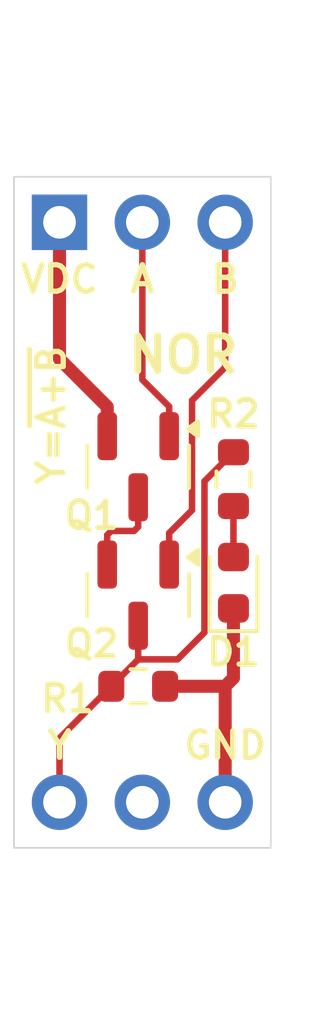
<source format=kicad_pcb>
(kicad_pcb (version 20241229) (generator "pcbnew") (generator_version "9.0")
  (title_block (title "NOR") (date "2025-03-26") (rev "1"))
  (layers (0 "F.Cu" signal) (2 "B.Cu" signal) (13 "F.Paste" user) (15 "B.Paste" user) (5 "F.SilkS" user "F.Silkscreen") (7 "B.SilkS" user "B.Silkscreen") (1 "F.Mask" user) (3 "B.Mask" user) (25 "Edge.Cuts" user))
  (net 0 "")
  (net 1 "Net-(D1-A)")
  (net 2 "GND")
  (net 3 "/A")
  (net 4 "/B")
  (net 5 "VDC")
  (net 7 "/Y")
  (net 8 "Net-(Q1-D)")
  (footprint "LED_SMD:LED_0603_1608Metric" (layer "F.Cu") (at 132.334 87.249 90)
    (property "Reference" "D1" (at -1.651 0 0) (layer "F.SilkS") (effects (font (size 0.8128 0.8128) (thickness 0.16256) (bold yes)) (justify top)))
    (property "Value" "Green")
    (fp_line (start 0.8 -0.735) (end -1.485 -0.735) (stroke (width 0.12)) (layer "F.SilkS"))
    (fp_line (start -1.485 -0.735) (end -1.485 0.735) (stroke (width 0.12)) (layer "F.SilkS"))
    (fp_line (start -1.485 0.735) (end 0.8 0.735) (stroke (width 0.12)) (layer "F.SilkS"))
    (pad "1" smd roundrect (at -0.7875 0 90) (size 0.875 0.95) (layers "F.Cu" "F.Mask" "F.Paste") (net 2 "GND"))
    (pad "2" smd roundrect (at 0.7875 0 90) (size 0.875 0.95) (layers "F.Cu" "F.Mask" "F.Paste") (net 1 "Net-(D1-A)"))
  )
  (footprint "Package_TO_SOT_SMD:SOT-23" (layer "F.Cu") (at 129.413 87.63 -90)
    (property "Reference" "Q2" (at 1.016 0.508 0) (layer "F.SilkS") (effects (font (size 0.8128 0.8128) (thickness 0.16256) (bold yes)) (justify right top)))
    (property "Value" "DMP2004K-7")
    (fp_line (start 0 1.56) (end -0.65 1.56) (stroke (width 0.12)) (layer "F.SilkS"))
    (fp_line (start 0 1.56) (end 0.65 1.56) (stroke (width 0.12)) (layer "F.SilkS"))
    (fp_line (start 0 -1.56) (end -0.65 -1.56) (stroke (width 0.12)) (layer "F.SilkS"))
    (fp_line (start 0 -1.56) (end 0.65 -1.56) (stroke (width 0.12)) (layer "F.SilkS"))
    (fp_poly (pts (xy -1.1625 -1.51) (xy -1.4025 -1.84) (xy -0.9225 -1.84) (xy -1.1625 -1.51)) (stroke (width 0.12)) (fill yes) (layer "F.SilkS"))
    (pad "1" smd roundrect (at -0.9375 -0.95 270) (size 1.475 0.6) (layers "F.Cu" "F.Mask" "F.Paste") (net 4 "/B"))
    (pad "2" smd roundrect (at -0.9375 0.95 270) (size 1.475 0.6) (layers "F.Cu" "F.Mask" "F.Paste") (net 8 "Net-(Q1-D)"))
    (pad "3" smd roundrect (at 0.9375 0 270) (size 1.475 0.6) (layers "F.Cu" "F.Mask" "F.Paste") (net 7 "/Y"))
  )
  (footprint "Resistor_SMD:R_0603_1608Metric" (layer "F.Cu") (at 129.413 90.424)
    (property "Reference" "R1" (at -1.27 0.381 0) (layer "F.SilkS") (effects (font (size 0.8128 0.8128) (thickness 0.16256) (bold yes)) (justify right)))
    (property "Value" "10k")
    (fp_line (start -0.237258 -0.5225) (end 0.237258 -0.5225) (stroke (width 0.12)) (layer "F.SilkS"))
    (fp_line (start -0.237258 0.5225) (end 0.237258 0.5225) (stroke (width 0.12)) (layer "F.SilkS"))
    (pad "1" smd roundrect (at -0.825 0) (size 0.8 0.95) (layers "F.Cu" "F.Mask" "F.Paste") (net 7 "/Y"))
    (pad "2" smd roundrect (at 0.825 0) (size 0.8 0.95) (layers "F.Cu" "F.Mask" "F.Paste") (net 2 "GND"))
  )
  (footprint "Package_TO_SOT_SMD:SOT-23" (layer "F.Cu") (at 129.413 83.693 -90)
    (property "Reference" "Q1" (at 1.016 0.508 0) (layer "F.SilkS") (effects (font (size 0.8128 0.8128) (thickness 0.16256) (bold yes)) (justify right top)))
    (property "Value" "DMP2004K-7")
    (fp_line (start 0 1.56) (end -0.65 1.56) (stroke (width 0.12)) (layer "F.SilkS"))
    (fp_line (start 0 1.56) (end 0.65 1.56) (stroke (width 0.12)) (layer "F.SilkS"))
    (fp_line (start 0 -1.56) (end -0.65 -1.56) (stroke (width 0.12)) (layer "F.SilkS"))
    (fp_line (start 0 -1.56) (end 0.65 -1.56) (stroke (width 0.12)) (layer "F.SilkS"))
    (fp_poly (pts (xy -1.1625 -1.51) (xy -1.4025 -1.84) (xy -0.9225 -1.84) (xy -1.1625 -1.51)) (stroke (width 0.12)) (fill yes) (layer "F.SilkS"))
    (pad "1" smd roundrect (at -0.9375 -0.95 270) (size 1.475 0.6) (layers "F.Cu" "F.Mask" "F.Paste") (net 3 "/A"))
    (pad "2" smd roundrect (at -0.9375 0.95 270) (size 1.475 0.6) (layers "F.Cu" "F.Mask" "F.Paste") (net 5 "VDC"))
    (pad "3" smd roundrect (at 0.9375 0 270) (size 1.475 0.6) (layers "F.Cu" "F.Mask" "F.Paste") (net 8 "Net-(Q1-D)"))
  )
  (footprint "Resistor_SMD:R_0603_1608Metric" (layer "F.Cu") (at 132.334 84.074 -90)
    (property "Reference" "R2" (at -1.524 0 0) (layer "F.SilkS") (effects (font (size 0.8128 0.8128) (thickness 0.16256) (bold yes)) (justify bottom)))
    (property "Value" "150")
    (fp_line (start -0.237258 0.5225) (end 0.237258 0.5225) (stroke (width 0.12)) (layer "F.SilkS"))
    (fp_line (start -0.237258 -0.5225) (end 0.237258 -0.5225) (stroke (width 0.12)) (layer "F.SilkS"))
    (pad "1" smd roundrect (at -0.825 0 270) (size 0.8 0.95) (layers "F.Cu" "F.Mask" "F.Paste") (net 7 "/Y"))
    (pad "2" smd roundrect (at 0.825 0 270) (size 0.8 0.95) (layers "F.Cu" "F.Mask" "F.Paste") (net 1 "Net-(D1-A)"))
  )
  (footprint "Logic:PinHeader_1x03_P2.54mm_Vertical_Bottom" (layer "B.Cu") (at 127 93.98 -90)
    (property "Reference" "J2" (hide yes))
    (property "Value" "5-146280-3-ND")
    (pad "1" thru_hole circle (at 0 0 270) (size 1.7 1.7) (drill 1) (layers "*.Cu" "*.Mask") (net 7 "/Y"))
    (pad "2" thru_hole oval (at 0 -2.54 270) (size 1.7 1.7) (drill 1) (layers "*.Cu" "*.Mask"))
    (pad "3" thru_hole oval (at 0 -5.08 270) (size 1.7 1.7) (drill 1) (layers "*.Cu" "*.Mask") (net 2 "GND"))
  )
  (footprint "Logic:PinHeader_1x03_P2.54mm_Vertical_Top" (layer "B.Cu") (at 127 76.2 -90)
    (property "Reference" "J1" (hide yes))
    (property "Value" "5-146280-3-ND")
    (pad "1" thru_hole rect (at 0 0 270) (size 1.7 1.7) (drill 1) (layers "*.Cu" "*.Mask") (net 5 "VDC"))
    (pad "2" thru_hole oval (at 0 -2.54 270) (size 1.7 1.7) (drill 1) (layers "*.Cu" "*.Mask") (net 3 "/A"))
    (pad "3" thru_hole oval (at 0 -5.08 270) (size 1.7 1.7) (drill 1) (layers "*.Cu" "*.Mask") (net 4 "/B"))
  )
  (gr_rect (start 125.603 74.803) (end 133.477 95.377) (stroke (width 0.05)) (fill no) (layer "Edge.Cuts"))
  (gr_text "A" (at 129.54 77.47 0) (layer "F.SilkS") (effects (font (size 0.8128 0.8128) (thickness 0.16256) (bold yes)) (justify top)))
  (gr_text "GND" (at 132.08 92.71 0) (layer "F.SilkS") (effects (font (size 0.8128 0.8128) (thickness 0.16256) (bold yes)) (justify bottom)))
  (gr_text "Y=~{A+B}" (at 126.746 84.328 90) (layer "F.SilkS") (effects (font (size 0.8128 0.8128) (thickness 0.16256) (bold yes)) (justify left)))
  (gr_text "VDC" (at 127 77.47 0) (layer "F.SilkS") (effects (font (size 0.8128 0.8128) (thickness 0.16256) (bold yes)) (justify top)))
  (gr_text "Y" (at 127 92.71 0) (layer "F.SilkS") (effects (font (size 0.8128 0.8128) (thickness 0.16256) (bold yes)) (justify bottom)))
  (gr_text "NOR" (at 132.588 80.264 0) (layer "F.SilkS") (effects (font (size 1.0668 1.0668) (thickness 0.21336) (bold yes)) (justify right)))
  (gr_text "B" (at 132.08 77.47 0) (layer "F.SilkS") (effects (font (size 0.8128 0.8128) (thickness 0.16256) (bold yes)) (justify top)))
  (segment (start 132.334 86.4615) (end 132.334 84.899) (width 0.2) (layer "F.Cu") (net 1))
  (segment (start 132.08 90.424) (end 130.238 90.424) (width 0.4) (layer "F.Cu") (net 2))
  (segment (start 132.08 93.98) (end 132.08 90.424) (width 0.4) (layer "F.Cu") (net 2))
  (segment (start 132.334 90.17) (end 132.08 90.424) (width 0.4) (layer "F.Cu") (net 2))
  (segment (start 132.334 88.0365) (end 132.334 90.17) (width 0.4) (layer "F.Cu") (net 2))
  (segment (start 129.54 81.026) (end 129.54 76.2) (width 0.2) (layer "F.Cu") (net 3))
  (segment (start 130.363 82.7555) (end 130.363 81.849) (width 0.2) (layer "F.Cu") (net 3))
  (segment (start 130.363 81.849) (end 129.54 81.026) (width 0.2) (layer "F.Cu") (net 3))
  (segment (start 132.08 80.645) (end 131.064 81.661) (width 0.2) (layer "F.Cu") (net 4))
  (segment (start 130.363 85.725) (end 130.363 86.6925) (width 0.2) (layer "F.Cu") (net 4))
  (segment (start 131.064 85.024) (end 130.363 85.725) (width 0.2) (layer "F.Cu") (net 4))
  (segment (start 132.08 76.2) (end 132.08 80.645) (width 0.2) (layer "F.Cu") (net 4))
  (segment (start 131.064 81.661) (end 131.064 85.024) (width 0.2) (layer "F.Cu") (net 4))
  (segment (start 128.463 81.854) (end 128.463 82.7555) (width 0.4) (layer "F.Cu") (net 5))
  (segment (start 127 76.2) (end 127 80.391) (width 0.4) (layer "F.Cu") (net 5))
  (segment (start 127 80.391) (end 128.463 81.854) (width 0.4) (layer "F.Cu") (net 5))
  (segment (start 129.413 89.599) (end 129.413 88.5675) (width 0.2) (layer "F.Cu") (net 7))
  (segment (start 131.445 84.138) (end 132.334 83.249) (width 0.2) (layer "F.Cu") (net 7))
  (segment (start 130.619 89.599) (end 131.445 88.773) (width 0.2) (layer "F.Cu") (net 7))
  (segment (start 129.413 89.599) (end 130.619 89.599) (width 0.2) (layer "F.Cu") (net 7))
  (segment (start 128.588 90.424) (end 127 92.012) (width 0.2) (layer "F.Cu") (net 7))
  (segment (start 131.445 88.773) (end 131.445 84.138) (width 0.2) (layer "F.Cu") (net 7))
  (segment (start 127 92.012) (end 127 93.98) (width 0.2) (layer "F.Cu") (net 7))
  (segment (start 128.588 90.424) (end 129.413 89.599) (width 0.2) (layer "F.Cu") (net 7))
  (segment (start 129.413 85.5345) (end 129.286 85.6615) (width 0.2) (layer "F.Cu") (net 8))
  (segment (start 128.463 85.786) (end 128.463 86.6925) (width 0.2) (layer "F.Cu") (net 8))
  (segment (start 129.413 84.6305) (end 129.413 85.5345) (width 0.2) (layer "F.Cu") (net 8))
  (segment (start 129.286 85.6615) (end 128.5875 85.6615) (width 0.2) (layer "F.Cu") (net 8))
  (segment (start 128.5875 85.6615) (end 128.463 85.786) (width 0.2) (layer "F.Cu") (net 8))
)
</source>
